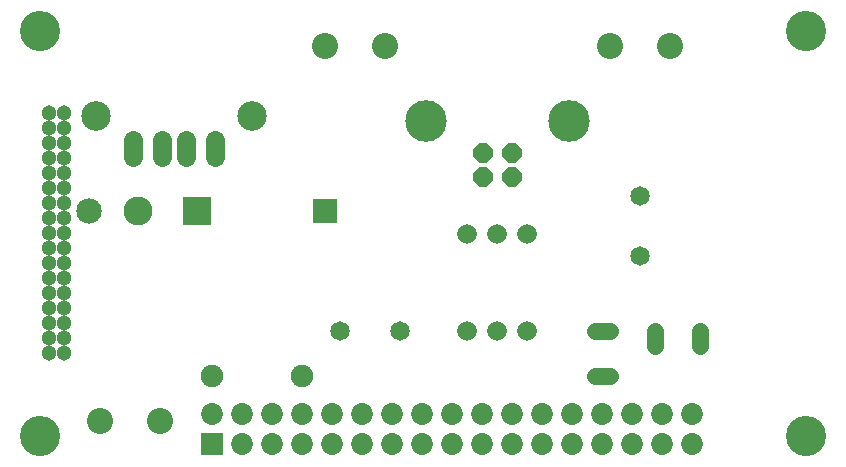
<source format=gts>
G04 EAGLE Gerber RS-274X export*
G75*
%MOMM*%
%FSLAX34Y34*%
%LPD*%
%INTop Solder Mask*%
%IPPOS*%
%AMOC8*
5,1,8,0,0,1.08239X$1,22.5*%
G01*
%ADD10C,3.403200*%
%ADD11C,1.303200*%
%ADD12R,1.853200X1.853200*%
%ADD13C,1.853200*%
%ADD14P,1.762347X8X202.500000*%
%ADD15C,3.519200*%
%ADD16C,1.663191*%
%ADD17R,2.453200X2.453200*%
%ADD18C,2.453200*%
%ADD19C,1.903200*%
%ADD20C,1.422400*%
%ADD21C,1.653200*%
%ADD22C,2.153200*%
%ADD23R,2.153200X2.153200*%
%ADD24C,2.203200*%
%ADD25C,1.628200*%
%ADD26C,2.503200*%


D10*
X32000Y375000D03*
X32000Y32000D03*
X680000Y32000D03*
X680000Y375000D03*
D11*
X39000Y102000D03*
X51700Y102000D03*
X39000Y114700D03*
X51700Y114700D03*
X39000Y127400D03*
X51700Y127400D03*
X39000Y140100D03*
X51700Y140100D03*
X39000Y152800D03*
X51700Y152800D03*
X39000Y165500D03*
X51700Y165500D03*
X39000Y178200D03*
X51700Y178200D03*
X39000Y190900D03*
X51700Y190900D03*
X39000Y203600D03*
X51700Y203600D03*
X39000Y216300D03*
X51700Y216300D03*
X39000Y229000D03*
X51700Y229000D03*
X39000Y241700D03*
X51700Y241700D03*
X39000Y254400D03*
X51700Y254400D03*
X39000Y267100D03*
X51700Y267100D03*
X39000Y279800D03*
X51700Y279800D03*
X39000Y292500D03*
X51700Y292500D03*
X39000Y305200D03*
X51700Y305200D03*
D12*
X177800Y25400D03*
D13*
X177800Y50800D03*
X203200Y25400D03*
X203200Y50800D03*
X228600Y25400D03*
X228600Y50800D03*
X254000Y25400D03*
X254000Y50800D03*
X279400Y25400D03*
X279400Y50800D03*
X304800Y25400D03*
X304800Y50800D03*
X330200Y25400D03*
X330200Y50800D03*
X355600Y25400D03*
X355600Y50800D03*
X381000Y25400D03*
X381000Y50800D03*
X406400Y25400D03*
X406400Y50800D03*
X431800Y25400D03*
X431800Y50800D03*
X457200Y25400D03*
X457200Y50800D03*
X482600Y25400D03*
X482600Y50800D03*
X508000Y25400D03*
X508000Y50800D03*
X533400Y25400D03*
X533400Y50800D03*
X558800Y25400D03*
X558800Y50800D03*
X584200Y25400D03*
X584200Y50800D03*
D14*
X406600Y251350D03*
X431600Y251350D03*
X431600Y271350D03*
X406600Y271350D03*
D15*
X479300Y298450D03*
X358900Y298450D03*
D16*
X393700Y120650D03*
X419100Y120650D03*
X444500Y120650D03*
X393700Y203200D03*
X419100Y203200D03*
X444500Y203200D03*
D17*
X165100Y222250D03*
D18*
X115100Y222250D03*
D19*
X254000Y82550D03*
X177800Y82550D03*
D20*
X501904Y82550D02*
X514096Y82550D01*
X514096Y120650D02*
X501904Y120650D01*
X552450Y120396D02*
X552450Y108204D01*
X590550Y108204D02*
X590550Y120396D01*
D21*
X539750Y184150D03*
X539750Y234950D03*
X336550Y120650D03*
X285750Y120650D03*
D22*
X73050Y222250D03*
D23*
X273050Y222250D03*
D24*
X514139Y362200D03*
X564939Y362200D03*
X272839Y362200D03*
X323639Y362200D03*
X133561Y44200D03*
X82761Y44200D03*
D25*
X135319Y268382D02*
X135319Y282632D01*
X155319Y282632D02*
X155319Y268382D01*
X110319Y268382D02*
X110319Y282632D01*
X180319Y282632D02*
X180319Y268382D01*
D26*
X79619Y302607D03*
X211019Y302607D03*
M02*

</source>
